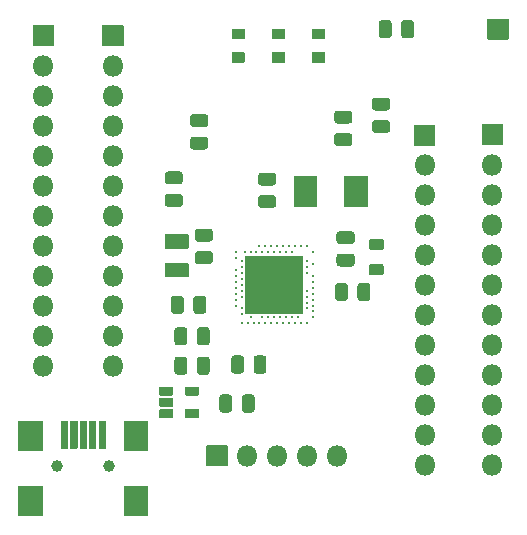
<source format=gts>
G04 #@! TF.GenerationSoftware,KiCad,Pcbnew,5.1.7-a382d34a8~88~ubuntu18.04.1*
G04 #@! TF.CreationDate,2022-03-10T15:26:47+05:30*
G04 #@! TF.ProjectId,nrf52840_Dev_v1,6e726635-3238-4343-905f-4465765f7631,rev?*
G04 #@! TF.SameCoordinates,Original*
G04 #@! TF.FileFunction,Soldermask,Top*
G04 #@! TF.FilePolarity,Negative*
%FSLAX46Y46*%
G04 Gerber Fmt 4.6, Leading zero omitted, Abs format (unit mm)*
G04 Created by KiCad (PCBNEW 5.1.7-a382d34a8~88~ubuntu18.04.1) date 2022-03-10 15:26:47*
%MOMM*%
%LPD*%
G01*
G04 APERTURE LIST*
%ADD10C,0.300000*%
%ADD11C,1.000000*%
%ADD12O,1.800000X1.800000*%
G04 APERTURE END LIST*
D10*
X107950000Y-75500000D03*
X107450000Y-75500000D03*
X106950000Y-75500000D03*
X106450000Y-75500000D03*
X105950000Y-75500000D03*
X105450000Y-75500000D03*
X104950000Y-75500000D03*
X108700000Y-76000000D03*
X108200000Y-76000000D03*
X107700000Y-76000000D03*
X107200000Y-76000000D03*
X106700000Y-76000000D03*
X106200000Y-76000000D03*
X105700000Y-76000000D03*
X105200000Y-76000000D03*
X104700000Y-76000000D03*
X104200000Y-76000000D03*
X103950000Y-75500000D03*
X103700000Y-76000000D03*
X103200000Y-76000000D03*
X103200000Y-75250000D03*
X103200000Y-74750000D03*
X102700000Y-74500000D03*
X103200000Y-73750000D03*
X103200000Y-73250000D03*
X103200000Y-72750000D03*
X103200000Y-72250000D03*
X102700000Y-74000000D03*
X102700000Y-73500000D03*
X102700000Y-73000000D03*
X102700000Y-72500000D03*
X102700000Y-72000000D03*
X103200000Y-71750000D03*
X102700000Y-71500000D03*
X103200000Y-71250000D03*
X103200000Y-70750000D03*
X102700000Y-70500000D03*
X109200000Y-70000000D03*
X107450000Y-70000000D03*
X106950000Y-70000000D03*
X106450000Y-70000000D03*
X105950000Y-70000000D03*
X105450000Y-70000000D03*
X104950000Y-70000000D03*
X104450000Y-70000000D03*
X103950000Y-70000000D03*
X103450000Y-70000000D03*
X108700000Y-69500000D03*
X108200000Y-69500000D03*
X107700000Y-69500000D03*
X107200000Y-69500000D03*
X106700000Y-69500000D03*
X106200000Y-69500000D03*
X105700000Y-69500000D03*
X105200000Y-69500000D03*
X108700000Y-74750000D03*
X109200000Y-74500000D03*
X108700000Y-74250000D03*
X109200000Y-74000000D03*
X108700000Y-73750000D03*
X109200000Y-73500000D03*
X108700000Y-73250000D03*
X109200000Y-73000000D03*
X109200000Y-72500000D03*
X109200000Y-72000000D03*
X108700000Y-71750000D03*
X108700000Y-71250000D03*
X109200000Y-71000000D03*
X108700000Y-70750000D03*
X102700000Y-70000000D03*
X109200000Y-75500000D03*
X109200000Y-75000000D03*
X104700000Y-69500000D03*
G36*
G01*
X103475000Y-75175000D02*
X103475000Y-70325000D01*
G75*
G02*
X103525000Y-70275000I50000J0D01*
G01*
X108375000Y-70275000D01*
G75*
G02*
X108425000Y-70325000I0J-50000D01*
G01*
X108425000Y-75175000D01*
G75*
G02*
X108375000Y-75225000I-50000J0D01*
G01*
X103525000Y-75225000D01*
G75*
G02*
X103475000Y-75175000I0J50000D01*
G01*
G37*
G36*
G01*
X102350000Y-53900000D02*
X102350000Y-53100000D01*
G75*
G02*
X102400000Y-53050000I50000J0D01*
G01*
X103400000Y-53050000D01*
G75*
G02*
X103450000Y-53100000I0J-50000D01*
G01*
X103450000Y-53900000D01*
G75*
G02*
X103400000Y-53950000I-50000J0D01*
G01*
X102400000Y-53950000D01*
G75*
G02*
X102350000Y-53900000I0J50000D01*
G01*
G37*
G36*
G01*
X105750000Y-53900000D02*
X105750000Y-53100000D01*
G75*
G02*
X105800000Y-53050000I50000J0D01*
G01*
X106800000Y-53050000D01*
G75*
G02*
X106850000Y-53100000I0J-50000D01*
G01*
X106850000Y-53900000D01*
G75*
G02*
X106800000Y-53950000I-50000J0D01*
G01*
X105800000Y-53950000D01*
G75*
G02*
X105750000Y-53900000I0J50000D01*
G01*
G37*
G36*
G01*
X102350000Y-51900000D02*
X102350000Y-51100000D01*
G75*
G02*
X102400000Y-51050000I50000J0D01*
G01*
X103400000Y-51050000D01*
G75*
G02*
X103450000Y-51100000I0J-50000D01*
G01*
X103450000Y-51900000D01*
G75*
G02*
X103400000Y-51950000I-50000J0D01*
G01*
X102400000Y-51950000D01*
G75*
G02*
X102350000Y-51900000I0J50000D01*
G01*
G37*
G36*
G01*
X109150000Y-53900000D02*
X109150000Y-53100000D01*
G75*
G02*
X109200000Y-53050000I50000J0D01*
G01*
X110200000Y-53050000D01*
G75*
G02*
X110250000Y-53100000I0J-50000D01*
G01*
X110250000Y-53900000D01*
G75*
G02*
X110200000Y-53950000I-50000J0D01*
G01*
X109200000Y-53950000D01*
G75*
G02*
X109150000Y-53900000I0J50000D01*
G01*
G37*
G36*
G01*
X109150000Y-51900000D02*
X109150000Y-51100000D01*
G75*
G02*
X109200000Y-51050000I50000J0D01*
G01*
X110200000Y-51050000D01*
G75*
G02*
X110250000Y-51100000I0J-50000D01*
G01*
X110250000Y-51900000D01*
G75*
G02*
X110200000Y-51950000I-50000J0D01*
G01*
X109200000Y-51950000D01*
G75*
G02*
X109150000Y-51900000I0J50000D01*
G01*
G37*
G36*
G01*
X105750000Y-51900000D02*
X105750000Y-51100000D01*
G75*
G02*
X105800000Y-51050000I50000J0D01*
G01*
X106800000Y-51050000D01*
G75*
G02*
X106850000Y-51100000I0J-50000D01*
G01*
X106850000Y-51900000D01*
G75*
G02*
X106800000Y-51950000I-50000J0D01*
G01*
X105800000Y-51950000D01*
G75*
G02*
X105750000Y-51900000I0J50000D01*
G01*
G37*
D11*
X92000000Y-88050000D03*
X87600000Y-88050000D03*
G36*
G01*
X93200000Y-92300000D02*
X93200000Y-89800000D01*
G75*
G02*
X93250000Y-89750000I50000J0D01*
G01*
X95250000Y-89750000D01*
G75*
G02*
X95300000Y-89800000I0J-50000D01*
G01*
X95300000Y-92300000D01*
G75*
G02*
X95250000Y-92350000I-50000J0D01*
G01*
X93250000Y-92350000D01*
G75*
G02*
X93200000Y-92300000I0J50000D01*
G01*
G37*
G36*
G01*
X84300000Y-92300000D02*
X84300000Y-89800000D01*
G75*
G02*
X84350000Y-89750000I50000J0D01*
G01*
X86350000Y-89750000D01*
G75*
G02*
X86400000Y-89800000I0J-50000D01*
G01*
X86400000Y-92300000D01*
G75*
G02*
X86350000Y-92350000I-50000J0D01*
G01*
X84350000Y-92350000D01*
G75*
G02*
X84300000Y-92300000I0J50000D01*
G01*
G37*
G36*
G01*
X93200000Y-86800000D02*
X93200000Y-84300000D01*
G75*
G02*
X93250000Y-84250000I50000J0D01*
G01*
X95250000Y-84250000D01*
G75*
G02*
X95300000Y-84300000I0J-50000D01*
G01*
X95300000Y-86800000D01*
G75*
G02*
X95250000Y-86850000I-50000J0D01*
G01*
X93250000Y-86850000D01*
G75*
G02*
X93200000Y-86800000I0J50000D01*
G01*
G37*
G36*
G01*
X84300000Y-86800000D02*
X84300000Y-84300000D01*
G75*
G02*
X84350000Y-84250000I50000J0D01*
G01*
X86350000Y-84250000D01*
G75*
G02*
X86400000Y-84300000I0J-50000D01*
G01*
X86400000Y-86800000D01*
G75*
G02*
X86350000Y-86850000I-50000J0D01*
G01*
X84350000Y-86850000D01*
G75*
G02*
X84300000Y-86800000I0J50000D01*
G01*
G37*
G36*
G01*
X91650000Y-86650000D02*
X91150000Y-86650000D01*
G75*
G02*
X91100000Y-86600000I0J50000D01*
G01*
X91100000Y-84300000D01*
G75*
G02*
X91150000Y-84250000I50000J0D01*
G01*
X91650000Y-84250000D01*
G75*
G02*
X91700000Y-84300000I0J-50000D01*
G01*
X91700000Y-86600000D01*
G75*
G02*
X91650000Y-86650000I-50000J0D01*
G01*
G37*
G36*
G01*
X90850000Y-86650000D02*
X90350000Y-86650000D01*
G75*
G02*
X90300000Y-86600000I0J50000D01*
G01*
X90300000Y-84300000D01*
G75*
G02*
X90350000Y-84250000I50000J0D01*
G01*
X90850000Y-84250000D01*
G75*
G02*
X90900000Y-84300000I0J-50000D01*
G01*
X90900000Y-86600000D01*
G75*
G02*
X90850000Y-86650000I-50000J0D01*
G01*
G37*
G36*
G01*
X90050000Y-86650000D02*
X89550000Y-86650000D01*
G75*
G02*
X89500000Y-86600000I0J50000D01*
G01*
X89500000Y-84300000D01*
G75*
G02*
X89550000Y-84250000I50000J0D01*
G01*
X90050000Y-84250000D01*
G75*
G02*
X90100000Y-84300000I0J-50000D01*
G01*
X90100000Y-86600000D01*
G75*
G02*
X90050000Y-86650000I-50000J0D01*
G01*
G37*
G36*
G01*
X89250000Y-86650000D02*
X88750000Y-86650000D01*
G75*
G02*
X88700000Y-86600000I0J50000D01*
G01*
X88700000Y-84300000D01*
G75*
G02*
X88750000Y-84250000I50000J0D01*
G01*
X89250000Y-84250000D01*
G75*
G02*
X89300000Y-84300000I0J-50000D01*
G01*
X89300000Y-86600000D01*
G75*
G02*
X89250000Y-86650000I-50000J0D01*
G01*
G37*
G36*
G01*
X88450000Y-86650000D02*
X87950000Y-86650000D01*
G75*
G02*
X87900000Y-86600000I0J50000D01*
G01*
X87900000Y-84300000D01*
G75*
G02*
X87950000Y-84250000I50000J0D01*
G01*
X88450000Y-84250000D01*
G75*
G02*
X88500000Y-84300000I0J-50000D01*
G01*
X88500000Y-86600000D01*
G75*
G02*
X88450000Y-86650000I-50000J0D01*
G01*
G37*
G36*
G01*
X96747500Y-70923100D02*
X98652500Y-70923100D01*
G75*
G02*
X98702500Y-70973100I0J-50000D01*
G01*
X98702500Y-72065300D01*
G75*
G02*
X98652500Y-72115300I-50000J0D01*
G01*
X96747500Y-72115300D01*
G75*
G02*
X96697500Y-72065300I0J50000D01*
G01*
X96697500Y-70973100D01*
G75*
G02*
X96747500Y-70923100I50000J0D01*
G01*
G37*
G36*
G01*
X96747500Y-68484700D02*
X98652500Y-68484700D01*
G75*
G02*
X98702500Y-68534700I0J-50000D01*
G01*
X98702500Y-69626900D01*
G75*
G02*
X98652500Y-69676900I-50000J0D01*
G01*
X96747500Y-69676900D01*
G75*
G02*
X96697500Y-69626900I0J50000D01*
G01*
X96697500Y-68534700D01*
G75*
G02*
X96747500Y-68484700I50000J0D01*
G01*
G37*
G36*
G01*
X109600000Y-63550000D02*
X109600000Y-66150000D01*
G75*
G02*
X109550000Y-66200000I-50000J0D01*
G01*
X107650000Y-66200000D01*
G75*
G02*
X107600000Y-66150000I0J50000D01*
G01*
X107600000Y-63550000D01*
G75*
G02*
X107650000Y-63500000I50000J0D01*
G01*
X109550000Y-63500000D01*
G75*
G02*
X109600000Y-63550000I0J-50000D01*
G01*
G37*
G36*
G01*
X113900000Y-63550000D02*
X113900000Y-66150000D01*
G75*
G02*
X113850000Y-66200000I-50000J0D01*
G01*
X111950000Y-66200000D01*
G75*
G02*
X111900000Y-66150000I0J50000D01*
G01*
X111900000Y-63550000D01*
G75*
G02*
X111950000Y-63500000I50000J0D01*
G01*
X113850000Y-63500000D01*
G75*
G02*
X113900000Y-63550000I0J-50000D01*
G01*
G37*
G36*
G01*
X114193750Y-70975000D02*
X115006250Y-70975000D01*
G75*
G02*
X115250000Y-71218750I0J-243750D01*
G01*
X115250000Y-71706250D01*
G75*
G02*
X115006250Y-71950000I-243750J0D01*
G01*
X114193750Y-71950000D01*
G75*
G02*
X113950000Y-71706250I0J243750D01*
G01*
X113950000Y-71218750D01*
G75*
G02*
X114193750Y-70975000I243750J0D01*
G01*
G37*
G36*
G01*
X114193750Y-68850000D02*
X115006250Y-68850000D01*
G75*
G02*
X115250000Y-69093750I0J-243750D01*
G01*
X115250000Y-69581250D01*
G75*
G02*
X115006250Y-69825000I-243750J0D01*
G01*
X114193750Y-69825000D01*
G75*
G02*
X113950000Y-69581250I0J243750D01*
G01*
X113950000Y-69093750D01*
G75*
G02*
X114193750Y-68850000I243750J0D01*
G01*
G37*
G36*
G01*
X99100000Y-74950000D02*
X99100000Y-73950000D01*
G75*
G02*
X99375000Y-73675000I275000J0D01*
G01*
X99925000Y-73675000D01*
G75*
G02*
X100200000Y-73950000I0J-275000D01*
G01*
X100200000Y-74950000D01*
G75*
G02*
X99925000Y-75225000I-275000J0D01*
G01*
X99375000Y-75225000D01*
G75*
G02*
X99100000Y-74950000I0J275000D01*
G01*
G37*
G36*
G01*
X97200000Y-74950000D02*
X97200000Y-73950000D01*
G75*
G02*
X97475000Y-73675000I275000J0D01*
G01*
X98025000Y-73675000D01*
G75*
G02*
X98300000Y-73950000I0J-275000D01*
G01*
X98300000Y-74950000D01*
G75*
G02*
X98025000Y-75225000I-275000J0D01*
G01*
X97475000Y-75225000D01*
G75*
G02*
X97200000Y-74950000I0J275000D01*
G01*
G37*
G36*
G01*
X96950000Y-65050000D02*
X97950000Y-65050000D01*
G75*
G02*
X98225000Y-65325000I0J-275000D01*
G01*
X98225000Y-65875000D01*
G75*
G02*
X97950000Y-66150000I-275000J0D01*
G01*
X96950000Y-66150000D01*
G75*
G02*
X96675000Y-65875000I0J275000D01*
G01*
X96675000Y-65325000D01*
G75*
G02*
X96950000Y-65050000I275000J0D01*
G01*
G37*
G36*
G01*
X96950000Y-63150000D02*
X97950000Y-63150000D01*
G75*
G02*
X98225000Y-63425000I0J-275000D01*
G01*
X98225000Y-63975000D01*
G75*
G02*
X97950000Y-64250000I-275000J0D01*
G01*
X96950000Y-64250000D01*
G75*
G02*
X96675000Y-63975000I0J275000D01*
G01*
X96675000Y-63425000D01*
G75*
G02*
X96950000Y-63150000I275000J0D01*
G01*
G37*
G36*
G01*
X99100000Y-60200000D02*
X100100000Y-60200000D01*
G75*
G02*
X100375000Y-60475000I0J-275000D01*
G01*
X100375000Y-61025000D01*
G75*
G02*
X100100000Y-61300000I-275000J0D01*
G01*
X99100000Y-61300000D01*
G75*
G02*
X98825000Y-61025000I0J275000D01*
G01*
X98825000Y-60475000D01*
G75*
G02*
X99100000Y-60200000I275000J0D01*
G01*
G37*
G36*
G01*
X99100000Y-58300000D02*
X100100000Y-58300000D01*
G75*
G02*
X100375000Y-58575000I0J-275000D01*
G01*
X100375000Y-59125000D01*
G75*
G02*
X100100000Y-59400000I-275000J0D01*
G01*
X99100000Y-59400000D01*
G75*
G02*
X98825000Y-59125000I0J275000D01*
G01*
X98825000Y-58575000D01*
G75*
G02*
X99100000Y-58300000I275000J0D01*
G01*
G37*
G36*
G01*
X98600000Y-76600000D02*
X98600000Y-77600000D01*
G75*
G02*
X98325000Y-77875000I-275000J0D01*
G01*
X97775000Y-77875000D01*
G75*
G02*
X97500000Y-77600000I0J275000D01*
G01*
X97500000Y-76600000D01*
G75*
G02*
X97775000Y-76325000I275000J0D01*
G01*
X98325000Y-76325000D01*
G75*
G02*
X98600000Y-76600000I0J-275000D01*
G01*
G37*
G36*
G01*
X100500000Y-76600000D02*
X100500000Y-77600000D01*
G75*
G02*
X100225000Y-77875000I-275000J0D01*
G01*
X99675000Y-77875000D01*
G75*
G02*
X99400000Y-77600000I0J275000D01*
G01*
X99400000Y-76600000D01*
G75*
G02*
X99675000Y-76325000I275000J0D01*
G01*
X100225000Y-76325000D01*
G75*
G02*
X100500000Y-76600000I0J-275000D01*
G01*
G37*
G36*
G01*
X104850000Y-65150000D02*
X105850000Y-65150000D01*
G75*
G02*
X106125000Y-65425000I0J-275000D01*
G01*
X106125000Y-65975000D01*
G75*
G02*
X105850000Y-66250000I-275000J0D01*
G01*
X104850000Y-66250000D01*
G75*
G02*
X104575000Y-65975000I0J275000D01*
G01*
X104575000Y-65425000D01*
G75*
G02*
X104850000Y-65150000I275000J0D01*
G01*
G37*
G36*
G01*
X104850000Y-63250000D02*
X105850000Y-63250000D01*
G75*
G02*
X106125000Y-63525000I0J-275000D01*
G01*
X106125000Y-64075000D01*
G75*
G02*
X105850000Y-64350000I-275000J0D01*
G01*
X104850000Y-64350000D01*
G75*
G02*
X104575000Y-64075000I0J275000D01*
G01*
X104575000Y-63525000D01*
G75*
G02*
X104850000Y-63250000I275000J0D01*
G01*
G37*
G36*
G01*
X104200000Y-80000000D02*
X104200000Y-79000000D01*
G75*
G02*
X104475000Y-78725000I275000J0D01*
G01*
X105025000Y-78725000D01*
G75*
G02*
X105300000Y-79000000I0J-275000D01*
G01*
X105300000Y-80000000D01*
G75*
G02*
X105025000Y-80275000I-275000J0D01*
G01*
X104475000Y-80275000D01*
G75*
G02*
X104200000Y-80000000I0J275000D01*
G01*
G37*
G36*
G01*
X102300000Y-80000000D02*
X102300000Y-79000000D01*
G75*
G02*
X102575000Y-78725000I275000J0D01*
G01*
X103125000Y-78725000D01*
G75*
G02*
X103400000Y-79000000I0J-275000D01*
G01*
X103400000Y-80000000D01*
G75*
G02*
X103125000Y-80275000I-275000J0D01*
G01*
X102575000Y-80275000D01*
G75*
G02*
X102300000Y-80000000I0J275000D01*
G01*
G37*
G36*
G01*
X111500000Y-70100000D02*
X112500000Y-70100000D01*
G75*
G02*
X112775000Y-70375000I0J-275000D01*
G01*
X112775000Y-70925000D01*
G75*
G02*
X112500000Y-71200000I-275000J0D01*
G01*
X111500000Y-71200000D01*
G75*
G02*
X111225000Y-70925000I0J275000D01*
G01*
X111225000Y-70375000D01*
G75*
G02*
X111500000Y-70100000I275000J0D01*
G01*
G37*
G36*
G01*
X111500000Y-68200000D02*
X112500000Y-68200000D01*
G75*
G02*
X112775000Y-68475000I0J-275000D01*
G01*
X112775000Y-69025000D01*
G75*
G02*
X112500000Y-69300000I-275000J0D01*
G01*
X111500000Y-69300000D01*
G75*
G02*
X111225000Y-69025000I0J275000D01*
G01*
X111225000Y-68475000D01*
G75*
G02*
X111500000Y-68200000I275000J0D01*
G01*
G37*
G36*
G01*
X100500000Y-69100000D02*
X99500000Y-69100000D01*
G75*
G02*
X99225000Y-68825000I0J275000D01*
G01*
X99225000Y-68275000D01*
G75*
G02*
X99500000Y-68000000I275000J0D01*
G01*
X100500000Y-68000000D01*
G75*
G02*
X100775000Y-68275000I0J-275000D01*
G01*
X100775000Y-68825000D01*
G75*
G02*
X100500000Y-69100000I-275000J0D01*
G01*
G37*
G36*
G01*
X100500000Y-71000000D02*
X99500000Y-71000000D01*
G75*
G02*
X99225000Y-70725000I0J275000D01*
G01*
X99225000Y-70175000D01*
G75*
G02*
X99500000Y-69900000I275000J0D01*
G01*
X100500000Y-69900000D01*
G75*
G02*
X100775000Y-70175000I0J-275000D01*
G01*
X100775000Y-70725000D01*
G75*
G02*
X100500000Y-71000000I-275000J0D01*
G01*
G37*
G36*
G01*
X113000000Y-73850000D02*
X113000000Y-72850000D01*
G75*
G02*
X113275000Y-72575000I275000J0D01*
G01*
X113825000Y-72575000D01*
G75*
G02*
X114100000Y-72850000I0J-275000D01*
G01*
X114100000Y-73850000D01*
G75*
G02*
X113825000Y-74125000I-275000J0D01*
G01*
X113275000Y-74125000D01*
G75*
G02*
X113000000Y-73850000I0J275000D01*
G01*
G37*
G36*
G01*
X111100000Y-73850000D02*
X111100000Y-72850000D01*
G75*
G02*
X111375000Y-72575000I275000J0D01*
G01*
X111925000Y-72575000D01*
G75*
G02*
X112200000Y-72850000I0J-275000D01*
G01*
X112200000Y-73850000D01*
G75*
G02*
X111925000Y-74125000I-275000J0D01*
G01*
X111375000Y-74125000D01*
G75*
G02*
X111100000Y-73850000I0J275000D01*
G01*
G37*
G36*
G01*
X114500000Y-58800000D02*
X115500000Y-58800000D01*
G75*
G02*
X115775000Y-59075000I0J-275000D01*
G01*
X115775000Y-59625000D01*
G75*
G02*
X115500000Y-59900000I-275000J0D01*
G01*
X114500000Y-59900000D01*
G75*
G02*
X114225000Y-59625000I0J275000D01*
G01*
X114225000Y-59075000D01*
G75*
G02*
X114500000Y-58800000I275000J0D01*
G01*
G37*
G36*
G01*
X114500000Y-56900000D02*
X115500000Y-56900000D01*
G75*
G02*
X115775000Y-57175000I0J-275000D01*
G01*
X115775000Y-57725000D01*
G75*
G02*
X115500000Y-58000000I-275000J0D01*
G01*
X114500000Y-58000000D01*
G75*
G02*
X114225000Y-57725000I0J275000D01*
G01*
X114225000Y-57175000D01*
G75*
G02*
X114500000Y-56900000I275000J0D01*
G01*
G37*
G36*
G01*
X103200000Y-83300000D02*
X103200000Y-82300000D01*
G75*
G02*
X103475000Y-82025000I275000J0D01*
G01*
X104025000Y-82025000D01*
G75*
G02*
X104300000Y-82300000I0J-275000D01*
G01*
X104300000Y-83300000D01*
G75*
G02*
X104025000Y-83575000I-275000J0D01*
G01*
X103475000Y-83575000D01*
G75*
G02*
X103200000Y-83300000I0J275000D01*
G01*
G37*
G36*
G01*
X101300000Y-83300000D02*
X101300000Y-82300000D01*
G75*
G02*
X101575000Y-82025000I275000J0D01*
G01*
X102125000Y-82025000D01*
G75*
G02*
X102400000Y-82300000I0J-275000D01*
G01*
X102400000Y-83300000D01*
G75*
G02*
X102125000Y-83575000I-275000J0D01*
G01*
X101575000Y-83575000D01*
G75*
G02*
X101300000Y-83300000I0J275000D01*
G01*
G37*
G36*
G01*
X115900000Y-50600000D02*
X115900000Y-51600000D01*
G75*
G02*
X115625000Y-51875000I-275000J0D01*
G01*
X115075000Y-51875000D01*
G75*
G02*
X114800000Y-51600000I0J275000D01*
G01*
X114800000Y-50600000D01*
G75*
G02*
X115075000Y-50325000I275000J0D01*
G01*
X115625000Y-50325000D01*
G75*
G02*
X115900000Y-50600000I0J-275000D01*
G01*
G37*
G36*
G01*
X117800000Y-50600000D02*
X117800000Y-51600000D01*
G75*
G02*
X117525000Y-51875000I-275000J0D01*
G01*
X116975000Y-51875000D01*
G75*
G02*
X116700000Y-51600000I0J275000D01*
G01*
X116700000Y-50600000D01*
G75*
G02*
X116975000Y-50325000I275000J0D01*
G01*
X117525000Y-50325000D01*
G75*
G02*
X117800000Y-50600000I0J-275000D01*
G01*
G37*
G36*
G01*
X111300000Y-59900000D02*
X112300000Y-59900000D01*
G75*
G02*
X112575000Y-60175000I0J-275000D01*
G01*
X112575000Y-60725000D01*
G75*
G02*
X112300000Y-61000000I-275000J0D01*
G01*
X111300000Y-61000000D01*
G75*
G02*
X111025000Y-60725000I0J275000D01*
G01*
X111025000Y-60175000D01*
G75*
G02*
X111300000Y-59900000I275000J0D01*
G01*
G37*
G36*
G01*
X111300000Y-58000000D02*
X112300000Y-58000000D01*
G75*
G02*
X112575000Y-58275000I0J-275000D01*
G01*
X112575000Y-58825000D01*
G75*
G02*
X112300000Y-59100000I-275000J0D01*
G01*
X111300000Y-59100000D01*
G75*
G02*
X111025000Y-58825000I0J275000D01*
G01*
X111025000Y-58275000D01*
G75*
G02*
X111300000Y-58000000I275000J0D01*
G01*
G37*
G36*
G01*
X99400000Y-80100000D02*
X99400000Y-79100000D01*
G75*
G02*
X99675000Y-78825000I275000J0D01*
G01*
X100225000Y-78825000D01*
G75*
G02*
X100500000Y-79100000I0J-275000D01*
G01*
X100500000Y-80100000D01*
G75*
G02*
X100225000Y-80375000I-275000J0D01*
G01*
X99675000Y-80375000D01*
G75*
G02*
X99400000Y-80100000I0J275000D01*
G01*
G37*
G36*
G01*
X97500000Y-80100000D02*
X97500000Y-79100000D01*
G75*
G02*
X97775000Y-78825000I275000J0D01*
G01*
X98325000Y-78825000D01*
G75*
G02*
X98600000Y-79100000I0J-275000D01*
G01*
X98600000Y-80100000D01*
G75*
G02*
X98325000Y-80375000I-275000J0D01*
G01*
X97775000Y-80375000D01*
G75*
G02*
X97500000Y-80100000I0J275000D01*
G01*
G37*
G36*
G01*
X124000000Y-51950000D02*
X124000000Y-50250000D01*
G75*
G02*
X124050000Y-50200000I50000J0D01*
G01*
X125750000Y-50200000D01*
G75*
G02*
X125800000Y-50250000I0J-50000D01*
G01*
X125800000Y-51950000D01*
G75*
G02*
X125750000Y-52000000I-50000J0D01*
G01*
X124050000Y-52000000D01*
G75*
G02*
X124000000Y-51950000I0J50000D01*
G01*
G37*
D12*
X111272000Y-87215600D03*
X108732000Y-87215600D03*
X106192000Y-87215600D03*
X103652000Y-87215600D03*
G36*
G01*
X101962000Y-88115600D02*
X100262000Y-88115600D01*
G75*
G02*
X100212000Y-88065600I0J50000D01*
G01*
X100212000Y-86365600D01*
G75*
G02*
X100262000Y-86315600I50000J0D01*
G01*
X101962000Y-86315600D01*
G75*
G02*
X102012000Y-86365600I0J-50000D01*
G01*
X102012000Y-88065600D01*
G75*
G02*
X101962000Y-88115600I-50000J0D01*
G01*
G37*
G36*
G01*
X98420000Y-82075000D02*
X98420000Y-81425000D01*
G75*
G02*
X98470000Y-81375000I50000J0D01*
G01*
X99530000Y-81375000D01*
G75*
G02*
X99580000Y-81425000I0J-50000D01*
G01*
X99580000Y-82075000D01*
G75*
G02*
X99530000Y-82125000I-50000J0D01*
G01*
X98470000Y-82125000D01*
G75*
G02*
X98420000Y-82075000I0J50000D01*
G01*
G37*
G36*
G01*
X98420000Y-83975000D02*
X98420000Y-83325000D01*
G75*
G02*
X98470000Y-83275000I50000J0D01*
G01*
X99530000Y-83275000D01*
G75*
G02*
X99580000Y-83325000I0J-50000D01*
G01*
X99580000Y-83975000D01*
G75*
G02*
X99530000Y-84025000I-50000J0D01*
G01*
X98470000Y-84025000D01*
G75*
G02*
X98420000Y-83975000I0J50000D01*
G01*
G37*
G36*
G01*
X96220000Y-83975000D02*
X96220000Y-83325000D01*
G75*
G02*
X96270000Y-83275000I50000J0D01*
G01*
X97330000Y-83275000D01*
G75*
G02*
X97380000Y-83325000I0J-50000D01*
G01*
X97380000Y-83975000D01*
G75*
G02*
X97330000Y-84025000I-50000J0D01*
G01*
X96270000Y-84025000D01*
G75*
G02*
X96220000Y-83975000I0J50000D01*
G01*
G37*
G36*
G01*
X96220000Y-83025000D02*
X96220000Y-82375000D01*
G75*
G02*
X96270000Y-82325000I50000J0D01*
G01*
X97330000Y-82325000D01*
G75*
G02*
X97380000Y-82375000I0J-50000D01*
G01*
X97380000Y-83025000D01*
G75*
G02*
X97330000Y-83075000I-50000J0D01*
G01*
X96270000Y-83075000D01*
G75*
G02*
X96220000Y-83025000I0J50000D01*
G01*
G37*
G36*
G01*
X96220000Y-82075000D02*
X96220000Y-81425000D01*
G75*
G02*
X96270000Y-81375000I50000J0D01*
G01*
X97330000Y-81375000D01*
G75*
G02*
X97380000Y-81425000I0J-50000D01*
G01*
X97380000Y-82075000D01*
G75*
G02*
X97330000Y-82125000I-50000J0D01*
G01*
X96270000Y-82125000D01*
G75*
G02*
X96220000Y-82075000I0J50000D01*
G01*
G37*
X118700000Y-88040000D03*
X118700000Y-85500000D03*
X118700000Y-82960000D03*
X118700000Y-80420000D03*
X118700000Y-77880000D03*
X118700000Y-75340000D03*
X118700000Y-72800000D03*
X118700000Y-70260000D03*
X118700000Y-67720000D03*
X118700000Y-65180000D03*
X118700000Y-62640000D03*
G36*
G01*
X117800000Y-60950000D02*
X117800000Y-59250000D01*
G75*
G02*
X117850000Y-59200000I50000J0D01*
G01*
X119550000Y-59200000D01*
G75*
G02*
X119600000Y-59250000I0J-50000D01*
G01*
X119600000Y-60950000D01*
G75*
G02*
X119550000Y-61000000I-50000J0D01*
G01*
X117850000Y-61000000D01*
G75*
G02*
X117800000Y-60950000I0J50000D01*
G01*
G37*
G36*
G01*
X91400000Y-52500000D02*
X91400000Y-50800000D01*
G75*
G02*
X91450000Y-50750000I50000J0D01*
G01*
X93150000Y-50750000D01*
G75*
G02*
X93200000Y-50800000I0J-50000D01*
G01*
X93200000Y-52500000D01*
G75*
G02*
X93150000Y-52550000I-50000J0D01*
G01*
X91450000Y-52550000D01*
G75*
G02*
X91400000Y-52500000I0J50000D01*
G01*
G37*
X92300000Y-54190000D03*
X92300000Y-56730000D03*
X92300000Y-59270000D03*
X92300000Y-61810000D03*
X92300000Y-64350000D03*
X92300000Y-66890000D03*
X92300000Y-69430000D03*
X92300000Y-71970000D03*
X92300000Y-74510000D03*
X92300000Y-77050000D03*
X92300000Y-79590000D03*
G36*
G01*
X123525000Y-60875000D02*
X123525000Y-59175000D01*
G75*
G02*
X123575000Y-59125000I50000J0D01*
G01*
X125275000Y-59125000D01*
G75*
G02*
X125325000Y-59175000I0J-50000D01*
G01*
X125325000Y-60875000D01*
G75*
G02*
X125275000Y-60925000I-50000J0D01*
G01*
X123575000Y-60925000D01*
G75*
G02*
X123525000Y-60875000I0J50000D01*
G01*
G37*
X124425000Y-62565000D03*
X124425000Y-65105000D03*
X124425000Y-67645000D03*
X124425000Y-70185000D03*
X124425000Y-72725000D03*
X124425000Y-75265000D03*
X124425000Y-77805000D03*
X124425000Y-80345000D03*
X124425000Y-82885000D03*
X124425000Y-85425000D03*
X124425000Y-87965000D03*
X86400000Y-79590000D03*
X86400000Y-77050000D03*
X86400000Y-74510000D03*
X86400000Y-71970000D03*
X86400000Y-69430000D03*
X86400000Y-66890000D03*
X86400000Y-64350000D03*
X86400000Y-61810000D03*
X86400000Y-59270000D03*
X86400000Y-56730000D03*
X86400000Y-54190000D03*
G36*
G01*
X85500000Y-52500000D02*
X85500000Y-50800000D01*
G75*
G02*
X85550000Y-50750000I50000J0D01*
G01*
X87250000Y-50750000D01*
G75*
G02*
X87300000Y-50800000I0J-50000D01*
G01*
X87300000Y-52500000D01*
G75*
G02*
X87250000Y-52550000I-50000J0D01*
G01*
X85550000Y-52550000D01*
G75*
G02*
X85500000Y-52500000I0J50000D01*
G01*
G37*
M02*

</source>
